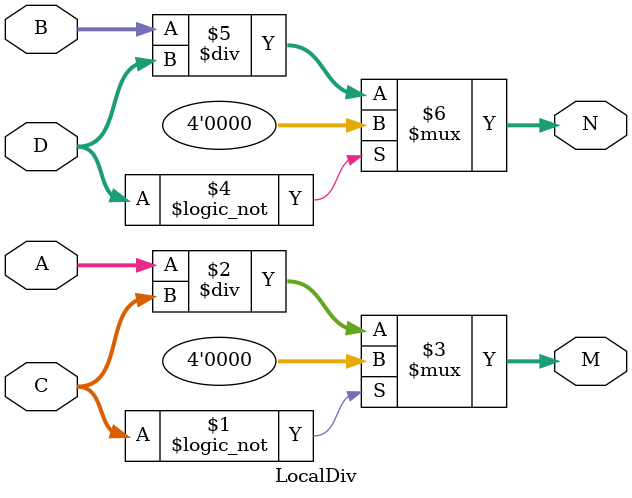
<source format=v>
module LocalDiv(
    input  wire [3:0] A,  // 4-bit
    input  wire [3:0] B,  // 4-bit
    input  wire [3:0] C,  // 4-bit
    input  wire [3:0] D,  // 4-bit
    output wire [3:0] M,  // 4-bit
    output wire [3:0] N   // 4-bit
);

    assign M = (C == 4'b0000) ? 4'b0000 : A / C;
    assign N = (D == 4'b0000) ? 4'b0000 : B / D;

endmodule

</source>
